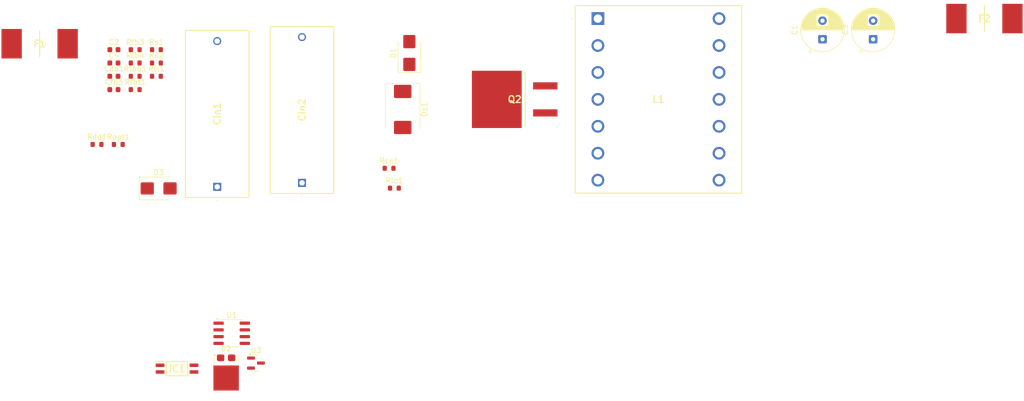
<source format=kicad_pcb>
(kicad_pcb (version 20241229) (generator "pcbnew") (generator_version "9.0")
  (layers (0 "F.Cu" signal) (2 "B.Cu" signal) (13 "F.Paste" user) (15 "B.Paste" user) (5 "F.SilkS" user "F.Silkscreen") (7 "B.SilkS" user "B.Silkscreen") (1 "F.Mask" user) (3 "B.Mask" user) (25 "Edge.Cuts" user))
  (net 0 "")
  (net 1 "+12V")
  (net 2 "GND")
  (net 3 "Net-(U3-REF)")
  (net 4 "Net-(IC1-CATHODE)")
  (net 5 "Net-(D3-K)")
  (net 6 "GNDPWR")
  (net 7 "Net-(U1-FB)")
  (net 8 "/OptEmit")
  (net 9 "VBUS")
  (net 10 "Net-(D1-A)")
  (net 11 "Net-(D1-K)")
  (net 12 "Net-(D2-A)")
  (net 13 "Net-(D3-A)")
  (net 14 "Net-(J1-Pin_1)")
  (net 15 "Net-(J2-Pin_1)")
  (net 16 "Net-(IC1-ANNODE)")
  (net 17 "/AUX")
  (net 18 "/DRV")
  (net 19 "Net-(Q2-S)")
  (net 20 "/CS")
  (net 21 "Net-(U1-VS)")
  (footprint "Capacitor_SMD:C_0603_1608Metric" (layer "F.Cu") (at 65.2625 41.905)
    (property "Reference" "Cfb3" (at 0 -1.43 0) (layer "F.SilkS"))
    (property "Value" "100n")
    (pad "1" smd roundrect (at -0.775 0) (size 0.9 0.95) (layers "F.Cu" "F.Mask" "F.Paste") (net 7 "Net-(U1-FB)"))
    (pad "2" smd roundrect (at 0.775 0) (size 0.9 0.95) (layers "F.Cu" "F.Mask" "F.Paste") (net 8 "/OptEmit"))
  )
  (footprint "Resistor_SMD:R_0603_1608Metric" (layer "F.Cu") (at 69.2725 34.375)
    (property "Reference" "Rfb3" (at 0 -1.43 0) (layer "F.SilkS"))
    (property "Value" "210K")
    (pad "1" smd roundrect (at -0.825 0) (size 0.8 0.95) (layers "F.Cu" "F.Mask" "F.Paste") (net 7 "Net-(U1-FB)"))
    (pad "2" smd roundrect (at 0.825 0) (size 0.8 0.95) (layers "F.Cu" "F.Mask" "F.Paste") (net 8 "/OptEmit"))
  )
  (footprint "Samacsys:B66232B1114T001" (layer "F.Cu") (at 156.57 28.51)
    (property "Reference" "L1" (at 11.43 15.24 0) (layer "F.SilkS") (effects (font (size 1.27 1.27) (thickness 0.254))))
    (property "Value" "B66232B1114T001" (hide yes))
    (pad "1" thru_hole rect (at 0 0) (size 2.4 2.4) (drill 1.6) (layers "*.Cu" "*.Mask") (net 9 "VBUS"))
    (pad "2" thru_hole circle (at 0 5.08) (size 2.4 2.4) (drill 1.6) (layers "*.Cu" "*.Mask"))
    (pad "3" thru_hole circle (at 0 10.16) (size 2.4 2.4) (drill 1.6) (layers "*.Cu" "*.Mask") (net 10 "Net-(D1-A)"))
    (pad "4" thru_hole circle (at 0 15.24) (size 2.4 2.4) (drill 1.6) (layers "*.Cu" "*.Mask"))
    (pad "5" thru_hole circle (at 0 20.32) (size 2.4 2.4) (drill 1.6) (layers "*.Cu" "*.Mask") (net 17 "/AUX"))
    (pad "6" thru_hole circle (at 0 25.4) (size 2.4 2.4) (drill 1.6) (layers "*.Cu" "*.Mask"))
    (pad "7" thru_hole circle (at 0 30.48) (size 2.4 2.4) (drill 1.6) (layers "*.Cu" "*.Mask") (net 6 "GNDPWR"))
    (pad "8" thru_hole circle (at 22.86 30.48) (size 2.4 2.4) (drill 1.6) (layers "*.Cu" "*.Mask"))
    (pad "9" thru_hole circle (at 22.86 25.4) (size 2.4 2.4) (drill 1.6) (layers "*.Cu" "*.Mask") (net 2 "GND"))
    (pad "10" thru_hole circle (at 22.86 20.32) (size 2.4 2.4) (drill 1.6) (layers "*.Cu" "*.Mask") (net 2 "GND"))
    (pad "11" thru_hole circle (at 22.86 15.24) (size 2.4 2.4) (drill 1.6) (layers "*.Cu" "*.Mask"))
    (pad "12" thru_hole circle (at 22.86 10.16) (size 2.4 2.4) (drill 1.6) (layers "*.Cu" "*.Mask") (net 12 "Net-(D2-A)"))
    (pad "13" thru_hole circle (at 22.86 5.08) (size 2.4 2.4) (drill 1.6) (layers "*.Cu" "*.Mask") (net 12 "Net-(D2-A)"))
    (pad "14" thru_hole circle (at 22.86 0) (size 2.4 2.4) (drill 1.6) (layers "*.Cu" "*.Mask"))
  )
  (footprint "Capacitor_SMD:C_0603_1608Metric" (layer "F.Cu") (at 65.2625 39.395)
    (property "Reference" "Cdd1" (at 0 -1.43 0) (layer "F.SilkS"))
    (property "Value" "4.7u")
    (pad "1" smd roundrect (at -0.775 0) (size 0.9 0.95) (layers "F.Cu" "F.Mask" "F.Paste") (net 5 "Net-(D3-K)"))
    (pad "2" smd roundrect (at 0.775 0) (size 0.9 0.95) (layers "F.Cu" "F.Mask" "F.Paste") (net 6 "GNDPWR"))
  )
  (footprint "Capacitor_THT:CP_Radial_D8.0mm_P3.50mm" (layer "F.Cu") (at 198.95 32.402651 90)
    (property "Reference" "C1" (at 1.75 -5.25 90) (layer "F.SilkS"))
    (property "Value" "220u")
    (pad "1" thru_hole roundrect (at 0 0 90) (size 1.6 1.6) (drill 0.8) (layers "*.Cu" "*.Mask") (roundrect_rratio 0.15625) (net 1 "+12V"))
    (pad "2" thru_hole circle (at 3.5 0 90) (size 1.6 1.6) (drill 0.8) (layers "*.Cu" "*.Mask") (net 2 "GND"))
  )
  (footprint "Resistor_SMD:R_0603_1608Metric" (layer "F.Cu") (at 73.2825 36.885)
    (property "Reference" "Rs2" (at 0 -1.43 0) (layer "F.SilkS"))
    (property "Value" "20K")
    (pad "1" smd roundrect (at -0.825 0) (size 0.8 0.95) (layers "F.Cu" "F.Mask" "F.Paste") (net 6 "GNDPWR"))
    (pad "2" smd roundrect (at 0.825 0) (size 0.8 0.95) (layers "F.Cu" "F.Mask" "F.Paste") (net 21 "Net-(U1-VS)"))
  )
  (footprint "Capacitor_SMD:C_0603_1608Metric" (layer "F.Cu") (at 65.2625 34.375)
    (property "Reference" "C2" (at 0 -1.43 0) (layer "F.SilkS"))
    (property "Value" "2.2n")
    (pad "1" smd roundrect (at -0.775 0) (size 0.9 0.95) (layers "F.Cu" "F.Mask" "F.Paste") (net 4 "Net-(IC1-CATHODE)"))
    (pad "2" smd roundrect (at 0.775 0) (size 0.9 0.95) (layers "F.Cu" "F.Mask" "F.Paste") (net 3 "Net-(U3-REF)"))
  )
  (footprint "Samacsys:FUSC13250X555N" (layer "F.Cu") (at 229.5 28.5)
    (property "Reference" "F2" (at 0 0 0) (layer "F.SilkS") (effects (font (size 1.27 1.27) (thickness 0.254))))
    (property "Value" "2.5A" (hide yes))
    (pad "1" smd rect (at -5.285 0) (size 3.84 5.56) (layers "F.Cu" "F.Mask" "F.Paste") (net 1 "+12V"))
    (pad "2" smd rect (at 5.285 0) (size 3.84 5.56) (layers "F.Cu" "F.Mask" "F.Paste") (net 15 "Net-(J2-Pin_1)"))
  )
  (footprint "Resistor_SMD:R_0603_1608Metric" (layer "F.Cu") (at 66.085 52.25)
    (property "Reference" "Ropt1" (at 0 -1.43 0) (layer "F.SilkS"))
    (property "Value" "1K")
    (pad "1" smd roundrect (at -0.825 0) (size 0.8 0.95) (layers "F.Cu" "F.Mask" "F.Paste") (net 4 "Net-(IC1-CATHODE)"))
    (pad "2" smd roundrect (at 0.825 0) (size 0.8 0.95) (layers "F.Cu" "F.Mask" "F.Paste") (net 16 "Net-(IC1-ANNODE)"))
  )
  (footprint "Samacsys:IPB95R450PFD7ATMA1" (layer "F.Cu") (at 138.368 43.75)
    (property "Reference" "Q2" (at 2.507 0 0) (layer "F.SilkS") (effects (font (size 1.27 1.27) (thickness 0.254))))
    (property "Value" "IPB95R450PFD7ATMA1" (hide yes))
    (pad "1" smd rect (at 8.282 2.55 90) (size 1.35 4.6) (layers "F.Cu" "F.Mask" "F.Paste") (net 18 "/DRV"))
    (pad "2" smd rect (at -0.868 0) (size 9.4 10.8) (layers "F.Cu" "F.Mask" "F.Paste") (net 10 "Net-(D1-A)"))
    (pad "3" smd rect (at 8.282 -2.55 90) (size 1.35 4.6) (layers "F.Cu" "F.Mask" "F.Paste") (net 19 "Net-(Q2-S)"))
  )
  (footprint "Package_SO:SOIC-8_3.9x4.9mm_P1.27mm" (layer "F.Cu") (at 87.4825 87.875)
    (property "Reference" "U1" (at 0 -3.4 0) (layer "F.SilkS"))
    (property "Value" "UCC28C44DR")
    (pad "1" smd roundrect (at -2.475 -1.905) (size 1.95 0.6) (layers "F.Cu" "F.Mask" "F.Paste") (net 5 "Net-(D3-K)"))
    (pad "2" smd roundrect (at -2.475 -0.635) (size 1.95 0.6) (layers "F.Cu" "F.Mask" "F.Paste") (net 21 "Net-(U1-VS)"))
    (pad "3" smd roundrect (at -2.475 0.635) (size 1.95 0.6) (layers "F.Cu" "F.Mask" "F.Paste") (net 7 "Net-(U1-FB)"))
    (pad "4" smd roundrect (at -2.475 1.905) (size 1.95 0.6) (layers "F.Cu" "F.Mask" "F.Paste") (net 6 "GNDPWR"))
    (pad "5" smd roundrect (at 2.475 1.905) (size 1.95 0.6) (layers "F.Cu" "F.Mask" "F.Paste") (net 20 "/CS"))
    (pad "6" smd roundrect (at 2.475 0.635) (size 1.95 0.6) (layers "F.Cu" "F.Mask" "F.Paste") (net 18 "/DRV"))
    (pad "7" smd roundrect (at 2.475 -0.635) (size 1.95 0.6) (layers "F.Cu" "F.Mask" "F.Paste"))
    (pad "8" smd roundrect (at 2.475 -1.905) (size 1.95 0.6) (layers "F.Cu" "F.Mask" "F.Paste") (net 9 "VBUS"))
  )
  (footprint "Resistor_SMD:R_0603_1608Metric" (layer "F.Cu") (at 69.2725 41.905)
    (property "Reference" "Rfbt1" (at 0 -1.43 0) (layer "F.SilkS"))
    (property "Value" "164K")
    (pad "1" smd roundrect (at -0.825 0) (size 0.8 0.95) (layers "F.Cu" "F.Mask" "F.Paste") (net 3 "Net-(U3-REF)"))
    (pad "2" smd roundrect (at 0.825 0) (size 0.8 0.95) (layers "F.Cu" "F.Mask" "F.Paste") (net 1 "+12V"))
  )
  (footprint "Diode_SMD:D_SMC" (layer "F.Cu") (at 119.75 45.65 -90)
    (property "Reference" "Dz1" (at 0 -4.1 90) (layer "F.SilkS"))
    (property "Value" "100V Unidirection")
    (pad "1" smd roundrect (at -3.4 0) (size 3.3 2.5) (layers "F.Cu" "F.Mask" "F.Paste") (roundrect_rratio 0.1) (net 11 "Net-(D1-K)"))
    (pad "2" smd roundrect (at 3.4 0) (size 3.3 2.5) (layers "F.Cu" "F.Mask" "F.Paste") (roundrect_rratio 0.1) (net 9 "VBUS"))
  )
  (footprint "Package_TO_SOT_SMD:TO-277A" (layer "F.Cu") (at 86.4325 95.275)
    (property "Reference" "D2" (at 0 -4.5 180) (layer "F.SilkS"))
    (property "Value" "400mV")
    (pad "1" smd roundrect (at -1.04 -2.765) (size 1.4 1.27) (layers "F.Cu" "F.Mask" "F.Paste") (net 1 "+12V"))
    (pad "2" smd roundrect (at 1.04 -2.765) (size 1.4 1.27) (layers "F.Cu" "F.Mask" "F.Paste") (net 12 "Net-(D2-A)"))
    (pad "3" smd rect (at 0 1.04) (size 4.8 4.72) (layers "F.Cu" "F.Mask"))
  )
  (footprint "Samacsys:ECWFG60505JA" (layer "F.Cu") (at 100.75 59.5 90)
    (property "Reference" "Cin2" (at 13.75 0 90) (layer "F.SilkS") (effects (font (size 1.27 1.27) (thickness 0.254))))
    (property "Value" "5u" (hide yes))
    (pad "1" thru_hole rect (at 0 0 90) (size 1.5 1.5) (drill 1) (layers "*.Cu" "*.Mask") (net 9 "VBUS"))
    (pad "2" thru_hole circle (at 27.5 0 90) (size 1.5 1.5) (drill 1) (layers "*.Cu" "*.Mask") (net 6 "GNDPWR"))
  )
  (footprint "Resistor_SMD:R_0603_1608Metric" (layer "F.Cu") (at 73.2825 34.375)
    (property "Reference" "Rs1" (at 0 -1.43 0) (layer "F.SilkS"))
    (property "Value" "75K")
    (pad "1" smd roundrect (at -0.825 0) (size 0.8 0.95) (layers "F.Cu" "F.Mask" "F.Paste") (net 21 "Net-(U1-VS)"))
    (pad "2" smd roundrect (at 0.825 0) (size 0.8 0.95) (layers "F.Cu" "F.Mask" "F.Paste") (net 17 "/AUX"))
  )
  (footprint "Samacsys:SOIC127P700X210-4N" (layer "F.Cu") (at 77.1675 94.545)
    (property "Reference" "IC1" (at 0 0 0) (layer "F.SilkS") (effects (font (size 1.27 1.27) (thickness 0.254))))
    (property "Value" "PS2811-1-A" (hide yes))
    (pad "1" smd rect (at -3.2 -0.635 90) (size 0.65 1.65) (layers "F.Cu" "F.Mask" "F.Paste") (net 16 "Net-(IC1-ANNODE)"))
    (pad "2" smd rect (at -3.2 0.635 90) (size 0.65 1.65) (layers "F.Cu" "F.Mask" "F.Paste") (net 4 "Net-(IC1-CATHODE)"))
    (pad "3" smd rect (at 3.2 0.635 90) (size 0.65 1.65) (layers "F.Cu" "F.Mask" "F.Paste") (net 8 "/OptEmit"))
    (pad "4" smd rect (at 3.2 -0.635 90) (size 0.65 1.65) (layers "F.Cu" "F.Mask" "F.Paste") (net 5 "Net-(D3-K)"))
  )
  (footprint "Resistor_SMD:R_0603_1608Metric" (layer "F.Cu") (at 73.2825 39.395)
    (property "Reference" "Rtl1" (at 0 -1.43 0) (layer "F.SilkS"))
    (property "Value" "5.36K")
    (pad "1" smd roundrect (at -0.825 0) (size 0.8 0.95) (layers "F.Cu" "F.Mask" "F.Paste") (net 16 "Net-(IC1-ANNODE)"))
    (pad "2" smd roundrect (at 0.825 0) (size 0.8 0.95) (layers "F.Cu" "F.Mask" "F.Paste") (net 1 "+12V"))
  )
  (footprint "Capacitor_THT:CP_Radial_D8.0mm_P3.50mm" (layer "F.Cu") (at 208.5 32.402651 90)
    (property "Reference" "C3" (at 1.75 -5.25 90) (layer "F.SilkS"))
    (property "Value" "220u")
    (pad "1" thru_hole roundrect (at 0 0 90) (size 1.6 1.6) (drill 0.8) (layers "*.Cu" "*.Mask") (roundrect_rratio 0.15625) (net 1 "+12V"))
    (pad "2" thru_hole circle (at 3.5 0 90) (size 1.6 1.6) (drill 0.8) (layers "*.Cu" "*.Mask") (net 2 "GND"))
  )
  (footprint "Resistor_SMD:R_0603_1608Metric" (layer "F.Cu") (at 62.075 52.25)
    (property "Reference" "Rdd1" (at 0 -1.43 0) (layer "F.SilkS"))
    (property "Value" "22R")
    (pad "1" smd roundrect (at -0.825 0) (size 0.8 0.95) (layers "F.Cu" "F.Mask" "F.Paste") (net 13 "Net-(D3-A)"))
    (pad "2" smd roundrect (at 0.825 0) (size 0.8 0.95) (layers "F.Cu" "F.Mask" "F.Paste") (net 17 "/AUX"))
  )
  (footprint "Resistor_SMD:R_0603_1608Metric" (layer "F.Cu") (at 69.2725 39.395)
    (property "Reference" "Rfbb1" (at 0 -1.43 0) (layer "F.SilkS"))
    (property "Value" "43K")
    (pad "1" smd roundrect (at -0.825 0) (size 0.8 0.95) (layers "F.Cu" "F.Mask" "F.Paste") (net 2 "GND"))
    (pad "2" smd roundrect (at 0.825 0) (size 0.8 0.95) (layers "F.Cu" "F.Mask" "F.Paste") (net 3 "Net-(U3-REF)"))
  )
  (footprint "Samacsys:FUSC13250X555N" (layer "F.Cu") (at 51.25 33.25)
    (property "Reference" "F1" (at 0 0 0) (layer "F.SilkS") (effects (font (size 1.27 1.27) (thickness 0.254))))
    (property "Value" "1A" (hide yes))
    (pad "1" smd rect (at -5.285 0) (size 3.84 5.56) (layers "F.Cu" "F.Mask" "F.Paste") (net 14 "Net-(J1-Pin_1)"))
    (pad "2" smd rect (at 5.285 0) (size 3.84 5.56) (layers "F.Cu" "F.Mask" "F.Paste") (net 9 "VBUS"))
  )
  (footprint "Diode_SMD:D_SMB" (layer "F.Cu") (at 73.6975 60.545)
    (property "Reference" "D3" (at 0 -3 0) (layer "F.SilkS"))
    (property "Value" "1000V 3A")
    (pad "1" smd roundrect (at -2.15 0) (size 2.5 2.3) (layers "F.Cu" "F.Mask" "F.Paste") (roundrect_rratio 0.1086956522) (net 5 "Net-(D3-K)"))
    (pad "2" smd roundrect (at 2.15 0) (size 2.5 2.3) (layers "F.Cu" "F.Mask" "F.Paste") (roundrect_rratio 0.1086956522) (net 13 "Net-(D3-A)"))
  )
  (footprint "Resistor_SMD:R_0603_1608Metric" (layer "F.Cu") (at 117.175 56.75)
    (property "Reference" "Rcs1" (at 0 -1.43 0) (layer "F.SilkS"))
    (property "Value" "250m")
    (pad "1" smd roundrect (at -0.825 0) (size 0.8 0.95) (layers "F.Cu" "F.Mask" "F.Paste") (net 6 "GNDPWR"))
    (pad "2" smd roundrect (at 0.825 0) (size 0.8 0.95) (layers "F.Cu" "F.Mask" "F.Paste") (net 19 "Net-(Q2-S)"))
  )
  (footprint "Resistor_SMD:R_0603_1608Metric" (layer "F.Cu") (at 69.2725 36.885)
    (property "Reference" "Rfb4" (at 0 -1.43 0) (layer "F.SilkS"))
    (property "Value" "20K")
    (pad "1" smd roundrect (at -0.825 0) (size 0.8 0.95) (layers "F.Cu" "F.Mask" "F.Paste") (net 6 "GNDPWR"))
    (pad "2" smd roundrect (at 0.825 0) (size 0.8 0.95) (layers "F.Cu" "F.Mask" "F.Paste") (net 7 "Net-(U1-FB)"))
  )
  (footprint "Package_TO_SOT_SMD:SOT-23" (layer "F.Cu") (at 92.0625 93.5)
    (property "Reference" "U3" (at 0 -2.4 0) (layer "F.SilkS"))
    (property "Value" "TL432DBZ")
    (pad "1" smd roundrect (at -0.9375 -0.95) (size 1.475 0.6) (layers "F.Cu" "F.Mask" "F.Paste") (net 3 "Net-(U3-REF)"))
    (pad "2" smd roundrect (at -0.9375 0.95) (size 1.475 0.6) (layers "F.Cu" "F.Mask" "F.Paste") (net 4 "Net-(IC1-CATHODE)"))
    (pad "3" smd roundrect (at 0.9375 0) (size 1.475 0.6) (layers "F.Cu" "F.Mask" "F.Paste") (net 2 "GND"))
  )
  (footprint "Samacsys:ECWFG60505JA" (layer "F.Cu") (at 84.75 60.25 90)
    (property "Reference" "Cin1" (at 13.75 0 90) (layer "F.SilkS") (effects (font (size 1.27 1.27) (thickness 0.254))))
    (property "Value" "5u" (hide yes))
    (pad "1" thru_hole rect (at 0 0 90) (size 1.5 1.5) (drill 1) (layers "*.Cu" "*.Mask") (net 9 "VBUS"))
    (pad "2" thru_hole circle (at 27.5 0 90) (size 1.5 1.5) (drill 1) (layers "*.Cu" "*.Mask") (net 6 "GNDPWR"))
  )
  (footprint "Capacitor_SMD:C_0603_1608Metric" (layer "F.Cu") (at 65.2625 36.885)
    (property "Reference" "C4" (at 0 -1.43 0) (layer "F.SilkS"))
    (property "Value" "10u")
    (pad "1" smd roundrect (at -0.775 0) (size 0.9 0.95) (layers "F.Cu" "F.Mask" "F.Paste") (net 1 "+12V"))
    (pad "2" smd roundrect (at 0.775 0) (size 0.9 0.95) (layers "F.Cu" "F.Mask" "F.Paste") (net 2 "GND"))
  )
  (footprint "Resistor_SMD:R_0603_1608Metric" (layer "F.Cu") (at 118.175 60.5)
    (property "Reference" "Rlc1" (at 0 -1.43 0) (layer "F.SilkS"))
    (property "Value" "422R")
    (pad "1" smd roundrect (at -0.825 0) (size 0.8 0.95) (layers "F.Cu" "F.Mask" "F.Paste") (net 19 "Net-(Q2-S)"))
    (pad "2" smd roundrect (at 0.825 0) (size 0.8 0.95) (layers "F.Cu" "F.Mask" "F.Paste") (net 20 "/CS"))
  )
  (footprint "Diode_SMD:D_SMB" (layer "F.Cu") (at 121 35 90)
    (property "Reference" "D1" (at 0 -3 90) (layer "F.SilkS"))
    (property "Value" "1000V 3A")
    (pad "1" smd roundrect (at -2.15 0 90) (size 2.5 2.3) (layers "F.Cu" "F.Mask" "F.Paste") (roundrect_rratio 0.1086956522) (net 11 "Net-(D1-K)"))
    (pad "2" smd roundrect (at 2.15 0 90) (size 2.5 2.3) (layers "F.Cu" "F.Mask" "F.Paste") (roundrect_rratio 0.1086956522) (net 10 "Net-(D1-A)"))
  )
)
</source>
